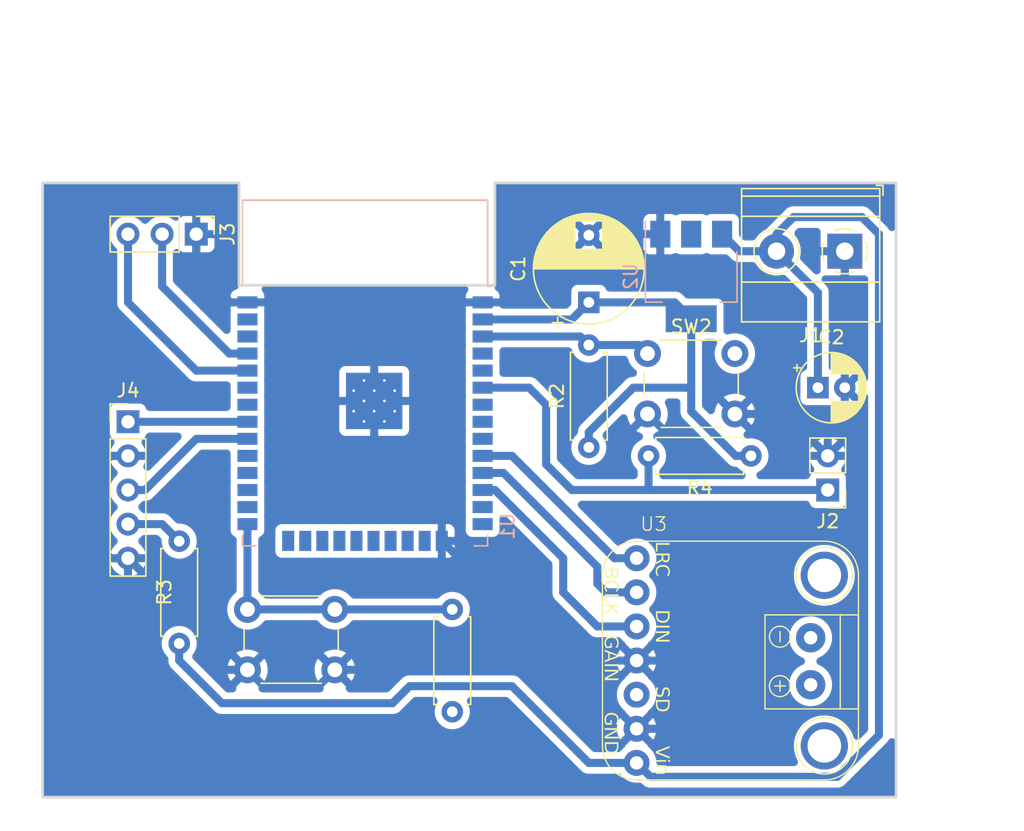
<source format=kicad_pcb>
(kicad_pcb (version 20221018) (generator pcbnew)
  (layers (0 "F.Cu" signal) (31 "B.Cu" signal) (34 "B.Paste" user) (35 "F.Paste" user) (36 "B.SilkS" user "B.Silkscreen") (37 "F.SilkS" user "F.Silkscreen") (38 "B.Mask" user) (39 "F.Mask" user) (44 "Edge.Cuts" user))
  (net 0 "")
  (net 1 "+3.3V")
  (net 2 "GND")
  (net 3 "+5V")
  (net 4 "ACK_BTN")
  (net 5 "RX")
  (net 6 "TX")
  (net 7 "RED_LED")
  (net 8 "GREEN_LED")
  (net 9 "POWER_LED")
  (net 10 "IO0")
  (net 11 "EN")
  (net 17 "LRC")
  (net 18 "BCLK")
  (net 19 "DOUT")
  (footprint "Resistor_THT:R_Axial_DIN0207_L6.3mm_D2.5mm_P7.62mm_Horizontal" (layer "F.Cu") (at 151.765 77.47 180)
    (fp_text reference "R4" (at 3.81 -2.37) (layer "F.SilkS"))
    (fp_text value "10K")
    (pad "1" thru_hole circle (at 0 0 180) (size 1.6 1.6) (drill 0.8) (layers "*.Cu" "*.Mask") (net 1 "+3.3V"))
    (pad "2" thru_hole oval (at 7.62 0 180) (size 1.6 1.6) (drill 0.8) (layers "*.Cu" "*.Mask") (net 4 "ACK_BTN"))
  )
  (footprint "Resistor_THT:R_Axial_DIN0207_L6.3mm_D2.5mm_P7.62mm_Horizontal" (layer "F.Cu") (at 139.7 76.835 90)
    (fp_text reference "R2" (at 3.81 -2.37 90) (layer "F.SilkS"))
    (fp_text value "10K")
    (pad "1" thru_hole circle (at 0 0 90) (size 1.6 1.6) (drill 0.8) (layers "*.Cu" "*.Mask") (net 1 "+3.3V"))
    (pad "2" thru_hole oval (at 7.62 0 90) (size 1.6 1.6) (drill 0.8) (layers "*.Cu" "*.Mask") (net 11 "EN"))
  )
  (footprint "Connector_PinHeader_2.54mm:PinHeader_1x03_P2.54mm_Vertical" (layer "F.Cu") (at 110.49 60.96 -90)
    (fp_text reference "J3" (at 0 -2.33 90) (layer "F.SilkS"))
    (fp_text value "Conn_01x03_Pin")
    (pad "1" thru_hole rect (at 0 0 270) (size 1.7 1.7) (drill 1) (layers "*.Cu" "*.Mask") (net 2 "GND"))
    (pad "2" thru_hole oval (at 0 2.54 270) (size 1.7 1.7) (drill 1) (layers "*.Cu" "*.Mask") (net 6 "TX"))
    (pad "3" thru_hole oval (at 0 5.08 270) (size 1.7 1.7) (drill 1) (layers "*.Cu" "*.Mask") (net 5 "RX"))
  )
  (footprint "Button_Switch_THT:SW_PUSH_6mm_H7.3mm" (layer "F.Cu") (at 114.3 88.9)
    (fp_text reference "SW1" hide)
    (fp_text value "SW_Push_Dual_x2" hide)
    (pad "1" thru_hole circle (at 0 0 90) (size 2 2) (drill 1.1) (layers "*.Cu" "*.Mask") (net 10 "IO0"))
    (pad "1" thru_hole circle (at 6.5 0 90) (size 2 2) (drill 1.1) (layers "*.Cu" "*.Mask") (net 10 "IO0"))
    (pad "2" thru_hole circle (at 0 4.5 90) (size 2 2) (drill 1.1) (layers "*.Cu" "*.Mask") (net 2 "GND"))
    (pad "2" thru_hole circle (at 6.5 4.5 90) (size 2 2) (drill 1.1) (layers "*.Cu" "*.Mask") (net 2 "GND"))
  )
  (footprint "Button_Switch_THT:SW_PUSH_6mm_H7.3mm" (layer "F.Cu") (at 144.07 69.85)
    (fp_text reference "SW2" (at 3.25 -2) (layer "F.SilkS"))
    (fp_text value "SW_Push_Dual_x2")
    (pad "1" thru_hole circle (at 0 0 90) (size 2 2) (drill 1.1) (layers "*.Cu" "*.Mask") (net 11 "EN"))
    (pad "1" thru_hole circle (at 6.5 0 90) (size 2 2) (drill 1.1) (layers "*.Cu" "*.Mask") (net 11 "EN"))
    (pad "2" thru_hole circle (at 0 4.5 90) (size 2 2) (drill 1.1) (layers "*.Cu" "*.Mask") (net 2 "GND"))
    (pad "2" thru_hole circle (at 6.5 4.5 90) (size 2 2) (drill 1.1) (layers "*.Cu" "*.Mask") (net 2 "GND"))
  )
  (footprint "Resistor_THT:R_Axial_DIN0207_L6.3mm_D2.5mm_P7.62mm_Horizontal" (layer "F.Cu") (at 129.54 96.52 90)
    (fp_text reference "R1" hide)
    (fp_text value "10K" hide)
    (pad "1" thru_hole circle (at 0 0 90) (size 1.6 1.6) (drill 0.8) (layers "*.Cu" "*.Mask") (net 1 "+3.3V"))
    (pad "2" thru_hole oval (at 7.62 0 90) (size 1.6 1.6) (drill 0.8) (layers "*.Cu" "*.Mask") (net 10 "IO0"))
  )
  (footprint "MAX98357A:MAX98357A" (layer "F.Cu") (at 150.241 92.71)
    (fp_text reference "U3" (at -5.715 -10.16 unlocked) (layer "F.SilkS") (effects (font (thickness 0.1))))
    (fp_text value "MAX98357A")
    (fp_text user "SD" (at -5.715 1.905 270 unlocked) (layer "F.SilkS") (effects (font (thickness 0.1)) (justify left bottom)))
    (fp_text user "LRC" (at -5.715 -8.89 -90 unlocked) (layer "F.SilkS") (effects (font (thickness 0.1)) (justify left bottom)))
    (fp_text user "-" (at 4.2 -1.1 90 unlocked) (layer "F.SilkS") (effects (font (thickness 0.1)) (justify left bottom)))
    (fp_text user "BCLK" (at -9.525 -6.985 270 unlocked) (layer "F.SilkS") (effects (font (thickness 0.1)) (justify left bottom)))
    (fp_text user "+" (at 3 2.4 unlocked) (layer "F.SilkS") (effects (font (thickness 0.1)) (justify left bottom)))
    (fp_text user "GAIN" (at -9.525 -1.905 270 unlocked) (layer "F.SilkS") (effects (font (thickness 0.1)) (justify left bottom)))
    (fp_text user "GND" (at -9.525 3.81 270 unlocked) (layer "F.SilkS") (effects (font (thickness 0.1)) (justify left bottom)))
    (fp_text user "DIN" (at -5.715 -3.81 270 unlocked) (layer "F.SilkS") (effects (font (thickness 0.1)) (justify left bottom)))
    (fp_text user "Vin" (at -5.715 6.35 270 unlocked) (layer "F.SilkS") (effects (font (thickness 0.1)) (justify left bottom)))
    (pad "" np_thru_hole circle (at 6.985 -6.35) (size 3.516 3.516) (drill 2.5) (layers "*.Cu" "*.Mask"))
    (pad "" np_thru_hole circle (at 6.985 6.35) (size 3.516 3.516) (drill 2.5) (layers "*.Cu" "*.Mask"))
    (pad "1" thru_hole circle (at -6.985 -7.62) (size 1.93 1.93) (drill 1) (layers "*.Cu" "*.Mask") (net 17 "LRC"))
    (pad "2" thru_hole circle (at -6.985 -5.08) (size 1.93 1.93) (drill 1) (layers "*.Cu" "*.Mask") (net 18 "BCLK"))
    (pad "3" thru_hole circle (at -6.985 -2.54) (size 1.93 1.93) (drill 1) (layers "*.Cu" "*.Mask") (net 19 "DOUT"))
    (pad "4" thru_hole circle (at -6.985 0) (size 1.93 1.93) (drill 1) (layers "*.Cu" "*.Mask") (net 2 "GND"))
    (pad "5" thru_hole circle (at -6.985 2.54) (size 1.93 1.93) (drill 1) (layers "*.Cu" "*.Mask"))
    (pad "6" thru_hole circle (at -6.985 5.08) (size 1.93 1.93) (drill 1) (layers "*.Cu" "*.Mask") (net 2 "GND"))
    (pad "7" thru_hole circle (at -6.985 7.62) (size 1.93 1.93) (drill 1) (layers "*.Cu" "*.Mask") (net 3 "+5V"))
    (pad "8" thru_hole circle (at 5.969 -1.7 90) (size 2.184 2.184) (drill 1) (layers "*.Cu" "*.Mask"))
    (pad "9" thru_hole circle (at 5.969 1.8) (size 2.184 2.184) (drill 1) (layers "*.Cu" "*.Mask"))
  )
  (footprint "Capacitor_THT:CP_Radial_D5.0mm_P2.00mm" (layer "F.Cu") (at 156.75 72.39)
    (fp_text reference "C2" (at 1 -3.75) (layer "F.SilkS"))
    (fp_text value "100uF")
    (pad "1" thru_hole rect (at 0 0) (size 1.6 1.6) (drill 0.8) (layers "*.Cu" "*.Mask") (net 3 "+5V"))
    (pad "2" thru_hole circle (at 2 0) (size 1.6 1.6) (drill 0.8) (layers "*.Cu" "*.Mask") (net 2 "GND"))
  )
  (footprint "TerminalBlock_Phoenix:TerminalBlock_Phoenix_MKDS-1,5-2-5.08_1x02_P5.08mm_Horizontal" (layer "F.Cu") (at 158.75 62.23 180)
    (fp_text reference "J1" (at 2.54 -6.26) (layer "F.SilkS"))
    (fp_text value "Screw_Terminal_01x02")
    (pad "1" thru_hole rect (at 0 0 180) (size 2.6 2.6) (drill 1.3) (layers "*.Cu" "*.Mask") (net 2 "GND"))
    (pad "2" thru_hole circle (at 5.08 0 180) (size 2.6 2.6) (drill 1.3) (layers "*.Cu" "*.Mask") (net 3 "+5V"))
  )
  (footprint "Connector_PinHeader_2.54mm:PinHeader_1x02_P2.54mm_Vertical" (layer "F.Cu") (at 157.48 80.01 180)
    (fp_text reference "J2" (at 0 -2.33) (layer "F.SilkS"))
    (fp_text value "Conn_01x02_Pin")
    (pad "1" thru_hole rect (at 0 0 180) (size 1.7 1.7) (drill 1) (layers "*.Cu" "*.Mask") (net 4 "ACK_BTN"))
    (pad "2" thru_hole oval (at 0 2.54 180) (size 1.7 1.7) (drill 1) (layers "*.Cu" "*.Mask") (net 2 "GND"))
  )
  (footprint "Connector_PinHeader_2.54mm:PinHeader_1x05_P2.54mm_Vertical" (layer "F.Cu") (at 105.41 74.93)
    (fp_text reference "J4" (at 0 -2.33) (layer "F.SilkS"))
    (fp_text value "Conn_01x05_Pin")
    (pad "1" thru_hole rect (at 0 0) (size 1.7 1.7) (drill 1) (layers "*.Cu" "*.Mask") (net 7 "RED_LED"))
    (pad "2" thru_hole oval (at 0 2.54) (size 1.7 1.7) (drill 1) (layers "*.Cu" "*.Mask") (net 2 "GND"))
    (pad "3" thru_hole oval (at 0 5.08) (size 1.7 1.7) (drill 1) (layers "*.Cu" "*.Mask") (net 8 "GREEN_LED"))
    (pad "4" thru_hole oval (at 0 7.62) (size 1.7 1.7) (drill 1) (layers "*.Cu" "*.Mask") (net 9 "POWER_LED"))
    (pad "5" thru_hole oval (at 0 10.16) (size 1.7 1.7) (drill 1) (layers "*.Cu" "*.Mask") (net 2 "GND"))
  )
  (footprint "Capacitor_THT:CP_Radial_D8.0mm_P5.00mm" (layer "F.Cu") (at 139.7 66.04 90)
    (fp_text reference "C1" (at 2.5 -5.25 90) (layer "F.SilkS"))
    (fp_text value "1000uF")
    (pad "1" thru_hole rect (at 0 0 90) (size 1.6 1.6) (drill 0.8) (layers "*.Cu" "*.Mask") (net 1 "+3.3V"))
    (pad "2" thru_hole circle (at 5 0 90) (size 1.6 1.6) (drill 0.8) (layers "*.Cu" "*.Mask") (net 2 "GND"))
  )
  (footprint "Resistor_THT:R_Axial_DIN0207_L6.3mm_D2.5mm_P7.62mm_Horizontal" (layer "F.Cu") (at 109.22 91.44 90)
    (fp_text reference "R3" (at 3.81 -1.1 90) (layer "F.SilkS"))
    (fp_text value "330")
    (pad "1" thru_hole circle (at 0 0 90) (size 1.6 1.6) (drill 0.8) (layers "*.Cu" "*.Mask") (net 3 "+5V"))
    (pad "2" thru_hole oval (at 7.62 0 90) (size 1.6 1.6) (drill 0.8) (layers "*.Cu" "*.Mask") (net 9 "POWER_LED"))
  )
  (footprint "ESP32-WROOM-32:ESP32-WROOM-32_MOD" (layer "B.Cu") (at 123.05 74.29 180)
    (fp_text reference "U1" (at -10.61 -8.43 90) (layer "B.SilkS") (effects (justify mirror)))
    (fp_text value "ESP32-WROOM-32")
    (pad "1" smd rect (at -8.75 8.25 180) (size 1.5 0.9) (layers "B.Cu" "B.Paste" "B.Mask") (net 2 "GND"))
    (pad "2" smd rect (at -8.75 6.98 180) (size 1.5 0.9) (layers "B.Cu" "B.Paste" "B.Mask") (net 1 "+3.3V"))
    (pad "3" smd rect (at -8.75 5.71 180) (size 1.5 0.9) (layers "B.Cu" "B.Paste" "B.Mask") (net 11 "EN"))
    (pad "4" smd rect (at -8.75 4.44 180) (size 1.5 0.9) (layers "B.Cu" "B.Paste" "B.Mask"))
    (pad "5" smd rect (at -8.75 3.17 180) (size 1.5 0.9) (layers "B.Cu" "B.Paste" "B.Mask"))
    (pad "6" smd rect (at -8.75 1.9 180) (size 1.5 0.9) (layers "B.Cu" "B.Paste" "B.Mask") (net 4 "ACK_BTN"))
    (pad "7" smd rect (at -8.75 0.63 180) (size 1.5 0.9) (layers "B.Cu" "B.Paste" "B.Mask"))
    (pad "8" smd rect (at -8.75 -0.64 180) (size 1.5 0.9) (layers "B.Cu" "B.Paste" "B.Mask"))
    (pad "9" smd rect (at -8.75 -1.91 180) (size 1.5 0.9) (layers "B.Cu" "B.Paste" "B.Mask"))
    (pad "10" smd rect (at -8.75 -3.18 180) (size 1.5 0.9) (layers "B.Cu" "B.Paste" "B.Mask") (net 17 "LRC"))
    (pad "11" smd rect (at -8.75 -4.45 180) (size 1.5 0.9) (layers "B.Cu" "B.Paste" "B.Mask") (net 18 "BCLK"))
    (pad "12" smd rect (at -8.75 -5.72 180) (size 1.5 0.9) (layers "B.Cu" "B.Paste" "B.Mask") (net 19 "DOUT"))
    (pad "13" smd rect (at -8.75 -6.99 180) (size 1.5 0.9) (layers "B.Cu" "B.Paste" "B.Mask"))
    (pad "14" smd rect (at -8.75 -8.26 180) (size 1.5 0.9) (layers "B.Cu" "B.Paste" "B.Mask"))
    (pad "15" smd rect (at -5.71 -9.51 90) (size 1.5 0.9) (layers "B.Cu" "B.Paste" "B.Mask") (net 2 "GND"))
    (pad "16" smd rect (at -4.44 -9.51 90) (size 1.5 0.9) (layers "B.Cu" "B.Paste" "B.Mask"))
    (pad "17" smd rect (at -3.17 -9.51 90) (size 1.5 0.9) (layers "B.Cu" "B.Paste" "B.Mask"))
    (pad "18" smd rect (at -1.9 -9.51 90) (size 1.5 0.9) (layers "B.Cu" "B.Paste" "B.Mask"))
    (pad "19" smd rect (at -0.63 -9.51 90) (size 1.5 0.9) (layers "B.Cu" "B.Paste" "B.Mask"))
    (pad "20" smd rect (at 0.64 -9.51 90) (size 1.5 0.9) (layers "B.Cu" "B.Paste" "B.Mask"))
    (pad "21" smd rect (at 1.91 -9.51 90) (size 1.5 0.9) (layers "B.Cu" "B.Paste" "B.Mask"))
    (pad "22" smd rect (at 3.18 -9.51 90) (size 1.5 0.9) (layers "B.Cu" "B.Paste" "B.Mask"))
    (pad "23" smd rect (at 4.45 -9.51 90) (size 1.5 0.9) (layers "B.Cu" "B.Paste" "B.Mask"))
    (pad "24" smd rect (at 5.72 -9.51 90) (size 1.5 0.9) (layers "B.Cu" "B.Paste" "B.Mask"))
    (pad "25" smd rect (at 8.75 -8.26 180) (size 1.5 0.9) (layers "B.Cu" "B.Paste" "B.Mask") (net 10 "IO0"))
    (pad "26" smd rect (at 8.75 -6.99 180) (size 1.5 0.9) (layers "B.Cu" "B.Paste" "B.Mask"))
    (pad "27" smd rect (at 8.75 -5.72 180) (size 1.5 0.9) (layers "B.Cu" "B.Paste" "B.Mask"))
    (pad "28" smd rect (at 8.75 -4.45 180) (size 1.5 0.9) (layers "B.Cu" "B.Paste" "B.Mask"))
    (pad "29" smd rect (at 8.75 -3.18 180) (size 1.5 0.9) (layers "B.Cu" "B.Paste" "B.Mask"))
    (pad "30" smd rect (at 8.75 -1.91 180) (size 1.5 0.9) (layers "B.Cu" "B.Paste" "B.Mask") (net 8 "GREEN_LED"))
    (pad "31" smd rect (at 8.75 -0.64 180) (size 1.5 0.9) (layers "B.Cu" "B.Paste" "B.Mask") (net 7 "RED_LED"))
    (pad "32" smd rect (at 8.75 0.63 180) (size 1.5 0.9) (layers "B.Cu" "B.Paste" "B.Mask"))
    (pad "33" smd rect (at 8.75 1.9 180) (size 1.5 0.9) (layers "B.Cu" "B.Paste" "B.Mask"))
    (pad "34" smd rect (at 8.75 3.17 180) (size 1.5 0.9) (layers "B.Cu" "B.Paste" "B.Mask") (net 5 "RX"))
    (pad "35" smd rect (at 8.75 4.44 180) (size 1.5 0.9) (layers "B.Cu" "B.Paste" "B.Mask") (net 6 "TX"))
    (pad "36" smd rect (at 8.75 5.71 180) (size 1.5 0.9) (layers "B.Cu" "B.Paste" "B.Mask"))
    (pad "37" smd rect (at 8.75 6.98 180) (size 1.5 0.9) (layers "B.Cu" "B.Paste" "B.Mask"))
    (pad "38" smd rect (at 8.75 8.25 180) (size 1.5 0.9) (layers "B.Cu" "B.Paste" "B.Mask") (net 2 "GND"))
    (pad "39" smd rect (at -2.205 -0.615 180) (size 1.05 1.05) (layers "B.Cu" "B.Paste") (net 2 "GND"))
    (pad "39" thru_hole circle (at -2.205 0.1475 180) (size 0.6 0.6) (drill 0.2) (property pad_prop_heatsink) (layers "*.Cu" "B.Mask") (net 2 "GND"))
    (pad "39" smd rect (at -2.205 0.91 180) (size 1.05 1.05) (layers "B.Cu" "B.Paste") (net 2 "GND"))
    (pad "39" thru_hole circle (at -2.205 1.6725 180) (size 0.6 0.6) (drill 0.2) (property pad_prop_heatsink) (layers "*.Cu" "B.Mask") (net 2 "GND"))
    (pad "39" smd rect (at -2.205 2.435 180) (size 1.05 1.05) (layers "B.Cu" "B.Paste") (net 2 "GND"))
    (pad "39" thru_hole circle (at -1.4425 -0.615 180) (size 0.6 0.6) (drill 0.2) (property pad_prop_heatsink) (layers "*.Cu" "B.Mask") (net 2 "GND"))
    (pad "39" thru_hole circle (at -1.4425 0.91 180) (size 0.6 0.6) (drill 0.2) (property pad_prop_heatsink) (layers "*.Cu" "B.Mask") (net 2 "GND"))
    (pad "39" thru_hole circle (at -1.4425 2.435 180) (size 0.6 0.6) (drill 0.2) (property pad_prop_heatsink) (layers "*.Cu" "B.Mask") (net 2 "GND"))
    (pad "39" smd rect (at -0.68 -0.615 180) (size 1.05 1.05) (layers "B.Cu" "B.Paste") (net 2 "GND"))
    (pad "39" thru_hole circle (at -0.68 0.1475 180) (size 0.6 0.6) (drill 0.2) (property pad_prop_heatsink) (layers "*.Cu" "B.Mask") (net 2 "GND"))
    (pad "39" smd rect (at -0.68 0.91 180) (size 1.05 1.05) (layers "B.Cu" "B.Paste") (net 2 "GND"))
    (pad "39" smd rect (at -0.68 0.91 180) (size 4.2 4.2) (layers "B.Cu" "B.Mask") (net 2 "GND"))
    (pad "39" thru_hole circle (at -0.68 1.6725 180) (size 0.6 0.6) (drill 0.2) (property pad_prop_heatsink) (layers "*.Cu" "B.Mask") (net 2 "GND"))
    (pad "39" smd rect (at -0.68 2.435 180) (size 1.05 1.05) (layers "B.Cu" "B.Paste") (net 2 "GND"))
    (pad "39" thru_hole circle (at 0.0825 -0.615 180) (size 0.6 0.6) (drill 0.2) (property pad_prop_heatsink) (layers "*.Cu" "B.Mask") (net 2 "GND"))
    (pad "39" thru_hole circle (at 0.0825 0.91 180) (size 0.6 0.6) (drill 0.2) (property pad_prop_heatsink) (layers "*.Cu" "B.Mask") (net 2 "GND"))
    (pad "39" thru_hole circle (at 0.0825 2.435 180) (size 0.6 0.6) (drill 0.2) (property pad_prop_heatsink) (layers "*.Cu" "B.Mask") (net 2 "GND"))
    (pad "39" smd rect (at 0.845 -0.615 180) (size 1.05 1.05) (layers "B.Cu" "B.Paste") (net 2 "GND"))
    (pad "39" thru_hole circle (at 0.845 0.1475 180) (size 0.6 0.6) (drill 0.2) (property pad_prop_heatsink) (layers "*.Cu" "B.Mask") (net 2 "GND"))
    (pad "39" smd rect (at 0.845 0.91 180) (size 1.05 1.05) (layers "B.Cu" "B.Paste") (net 2 "GND"))
    (pad "39" thru_hole circle (at 0.845 1.6725 180) (size 0.6 0.6) (drill 0.2) (property pad_prop_heatsink) (layers "*.Cu" "B.Mask") (net 2 "GND"))
    (pad "39" smd rect (at 0.845 2.435 180) (size 1.05 1.05) (layers "B.Cu" "B.Paste") (net 2 "GND"))
    (zone (net 0) (net_name "") (layers "F.Cu" "In1.Cu" "B.Cu") (connect_pads (clearance 0)) (min_thickness 0.254)
      (keepout (tracks not_allowed) (vias not_allowed) (pads not_allowed) (copperpour not_allowed) (footprints not_allowed))
      (fill (thermal_gap 0.508) (thermal_bridge_width 0.508))
      (polygon (pts (xy 132.575 64.49) (xy 113.785 64.49) (xy 113.785 43.55) (xy 132.575 43.55)))
    )
  )
  (footprint "Package_TO_SOT_SMD:SOT-223-3_TabPin2" (layer "B.Cu") (at 147.32 64.11 -90)
    (fp_text reference "U2" (at 0 4.5 90) (layer "B.SilkS") (effects (justify mirror)))
    (fp_text value "AMS1117-3.3")
    (pad "1" smd rect (at -3.15 2.3 270) (size 2 1.5) (layers "B.Cu" "B.Paste" "B.Mask") (net 2 "GND"))
    (pad "2" smd rect (at -3.15 0 270) (size 2 1.5) (layers "B.Cu" "B.Paste" "B.Mask") (net 1 "+3.3V"))
    (pad "2" smd rect (at 3.15 0 270) (size 2 3.8) (layers "B.Cu" "B.Paste" "B.Mask") (net 1 "+3.3V"))
    (pad "3" smd rect (at -3.15 -2.3 270) (size 2 1.5) (layers "B.Cu" "B.Paste" "B.Mask") (net 3 "+5V"))
  )
  (gr_line (start 99.06 102.87) (end 99.06 57.15) (stroke (width 0.2)) (layer "Edge.Cuts"))
  (gr_line (start 132.715 64.77) (end 132.715 57.15) (stroke (width 0.2)) (layer "Edge.Cuts"))
  (gr_line (start 113.665 57.15) (end 113.665 64.77) (stroke (width 0.2)) (layer "Edge.Cuts"))
  (gr_line (start 99.06 57.15) (end 113.665 57.15) (stroke (width 0.2)) (layer "Edge.Cuts"))
  (gr_line (start 162.56 57.15) (end 162.56 102.87) (stroke (width 0.2)) (layer "Edge.Cuts"))
  (gr_line (start 113.665 64.77) (end 132.715 64.77) (stroke (width 0.2)) (layer "Edge.Cuts"))
  (gr_line (start 132.715 57.15) (end 162.56 57.15) (stroke (width 0.2)) (layer "Edge.Cuts"))
  (gr_line (start 162.56 102.87) (end 99.06 102.87) (stroke (width 0.2)) (layer "Edge.Cuts"))
  (segment (start 131.8 67.31) (end 138.43 67.31) (width 0.6) (layer "B.Cu") (net 1))
  (segment (start 150.63363 77.47) (end 151.765 77.47) (width 0.6) (layer "B.Cu") (net 1))
  (segment (start 143.01363 72.39) (end 147.32 72.39) (width 0.6) (layer "B.Cu") (net 1))
  (segment (start 139.7 75.70363) (end 143.01363 72.39) (width 0.6) (layer "B.Cu") (net 1))
  (segment (start 146.1 66.04) (end 147.32 67.26) (width 0.6) (layer "B.Cu") (net 1))
  (segment (start 139.7 76.835) (end 139.7 75.70363) (width 0.6) (layer "B.Cu") (net 1))
  (segment (start 147.32 74.15637) (end 150.63363 77.47) (width 0.6) (layer "B.Cu") (net 1))
  (segment (start 147.32 72.39) (end 147.32 74.15637) (width 0.6) (layer "B.Cu") (net 1))
  (segment (start 138.43 67.31) (end 139.7 66.04) (width 0.6) (layer "B.Cu") (net 1))
  (segment (start 147.32 67.26) (end 147.32 72.39) (width 0.6) (layer "B.Cu") (net 1))
  (segment (start 139.7 66.04) (end 146.1 66.04) (width 0.6) (layer "B.Cu") (net 1))
  (segment (start 157.48 77.47) (end 154.36 74.35) (width 0.6) (layer "B.Cu") (net 2))
  (segment (start 133.35 92.71) (end 132.08 91.44) (width 0.6) (layer "B.Cu") (net 2))
  (segment (start 145.415 97.79) (end 143.256 97.79) (width 0.6) (layer "B.Cu") (net 2))
  (segment (start 102.87 83.82) (end 104.14 85.09) (width 0.6) (layer "B.Cu") (net 2))
  (segment (start 104.14 85.09) (end 105.41 85.09) (width 0.6) (layer "B.Cu") (net 2))
  (segment (start 158.75 62.23) (end 158.75 72.39) (width 0.6) (layer "B.Cu") (net 2))
  (segment (start 111.76 90.17) (end 111.76 92.71) (width 0.6) (layer "B.Cu") (net 2))
  (segment (start 154.36 74.35) (end 150.57 74.35) (width 0.6) (layer "B.Cu") (net 2))
  (segment (start 111.76 92.71) (end 112.45 93.4) (width 0.6) (layer "B.Cu") (net 2))
  (segment (start 158.75 72.39) (end 158.75 76.2) (width 0.6) (layer "B.Cu") (net 2))
  (segment (start 146.05 97.155) (end 145.415 97.79) (width 0.6) (layer "B.Cu") (net 2))
  (segment (start 110.49 88.9) (end 111.76 90.17) (width 0.6) (layer "B.Cu") (net 2))
  (segment (start 146.05 93.345) (end 146.05 97.155) (width 0.6) (layer "B.Cu") (net 2))
  (segment (start 132.08 91.44) (end 132.08 87.12) (width 0.6) (layer "B.Cu") (net 2))
  (segment (start 110.49 63.5) (end 113.03 66.04) (width 0.6) (layer "B.Cu") (net 2))
  (segment (start 120.8 93.4) (end 130.12 93.4) (width 0.6) (layer "B.Cu") (net 2))
  (segment (start 113.03 66.04) (end 114.3 66.04) (width 0.6) (layer "B.Cu") (net 2))
  (segment (start 143.256 92.71) (end 133.35 92.71) (width 0.6) (layer "B.Cu") (net 2))
  (segment (start 105.41 77.47) (end 104.14 77.47) (width 0.6) (layer "B.Cu") (net 2))
  (segment (start 104.14 77.47) (end 102.87 78.74) (width 0.6) (layer "B.Cu") (net 2))
  (segment (start 158.75 76.2) (end 157.48 77.47) (width 0.6) (layer "B.Cu") (net 2))
  (segment (start 109.22 88.9) (end 110.49 88.9) (width 0.6) (layer "B.Cu") (net 2))
  (segment (start 145.415 92.71) (end 146.05 93.345) (width 0.6) (layer "B.Cu") (net 2))
  (segment (start 143.256 92.71) (end 145.415 92.71) (width 0.6) (layer "B.Cu") (net 2))
  (segment (start 132.08 87.12) (end 128.76 83.8) (width 0.6) (layer "B.Cu") (net 2))
  (segment (start 130.12 93.4) (end 132.08 91.44) (width 0.6) (layer "B.Cu") (net 2))
  (segment (start 102.87 78.74) (end 102.87 83.82) (width 0.6) (layer "B.Cu") (net 2))
  (segment (start 110.49 60.96) (end 110.49 63.5) (width 0.6) (layer "B.Cu") (net 2))
  (segment (start 112.45 93.4) (end 114.3 93.4) (width 0.6) (layer "B.Cu") (net 2))
  (segment (start 105.41 85.09) (end 109.22 88.9) (width 0.6) (layer "B.Cu") (net 2))
  (segment (start 161.29 98.260005) (end 161.29 60.96) (width 0.6) (layer "B.Cu") (net 3))
  (segment (start 161.29 60.96) (end 160.02 59.69) (width 0.6) (layer "B.Cu") (net 3))
  (segment (start 144.294 101.368) (end 158.182005 101.368) (width 0.6) (layer "B.Cu") (net 3))
  (segment (start 160.02 59.69) (end 154.94 59.69) (width 0.6) (layer "B.Cu") (net 3))
  (segment (start 154.94 59.69) (end 153.67 60.96) (width 0.6) (layer "B.Cu") (net 3))
  (segment (start 156.75 65.31) (end 156.75 72.39) (width 0.6) (layer "B.Cu") (net 3))
  (segment (start 158.182005 101.368) (end 161.29 98.260005) (width 0.6) (layer "B.Cu") (net 3))
  (segment (start 133.985 94.615) (end 139.7 100.33) (width 0.6) (layer "B.Cu") (net 3))
  (segment (start 143.256 100.33) (end 144.294 101.368) (width 0.6) (layer "B.Cu") (net 3))
  (segment (start 125.095 95.885) (end 126.365 94.615) (width 0.6) (layer "B.Cu") (net 3))
  (segment (start 109.22 91.44) (end 109.22 92.71) (width 0.6) (layer "B.Cu") (net 3))
  (segment (start 149.62 60.96) (end 150.89 62.23) (width 0.6) (layer "B.Cu") (net 3))
  (segment (start 150.89 62.23) (end 153.67 62.23) (width 0.6) (layer "B.Cu") (net 3))
  (segment (start 109.22 92.71) (end 112.395 95.885) (width 0.6) (layer "B.Cu") (net 3))
  (segment (start 153.67 62.23) (end 156.75 65.31) (width 0.6) (layer "B.Cu") (net 3))
  (segment (start 153.67 60.96) (end 153.67 62.23) (width 0.6) (layer "B.Cu") (net 3))
  (segment (start 112.395 95.885) (end 125.095 95.885) (width 0.6) (layer "B.Cu") (net 3))
  (segment (start 139.7 100.33) (end 143.256 100.33) (width 0.6) (layer "B.Cu") (net 3))
  (segment (start 126.365 94.615) (end 133.985 94.615) (width 0.6) (layer "B.Cu") (net 3))
  (segment (start 138.43 80.01) (end 144.145 80.01) (width 0.6) (layer "B.Cu") (net 4))
  (segment (start 135.255 72.39) (end 136.525 73.66) (width 0.6) (layer "B.Cu") (net 4))
  (segment (start 136.525 73.66) (end 136.525 78.105) (width 0.6) (layer "B.Cu") (net 4))
  (segment (start 131.8 72.39) (end 135.255 72.39) (width 0.6) (layer "B.Cu") (net 4))
  (segment (start 136.525 78.105) (end 138.43 80.01) (width 0.6) (layer "B.Cu") (net 4))
  (segment (start 144.145 77.47) (end 144.145 80.01) (width 0.6) (layer "B.Cu") (net 4))
  (segment (start 144.145 80.01) (end 157.48 80.01) (width 0.6) (layer "B.Cu") (net 4))
  (segment (start 105.41 60.96) (end 105.41 66.04) (width 0.6) (layer "B.Cu") (net 5))
  (segment (start 110.49 71.12) (end 114.3 71.12) (width 0.6) (layer "B.Cu") (net 5))
  (segment (start 105.41 66.04) (end 110.49 71.12) (width 0.6) (layer "B.Cu") (net 5))
  (segment (start 112.95 69.85) (end 114.3 69.85) (width 0.6) (layer "B.Cu") (net 6))
  (segment (start 107.95 64.85) (end 112.95 69.85) (width 0.6) (layer "B.Cu") (net 6))
  (segment (start 107.95 60.96) (end 107.95 64.85) (width 0.6) (layer "B.Cu") (net 6))
  (segment (start 105.41 74.93) (end 114.3 74.93) (width 0.6) (layer "B.Cu") (net 7))
  (segment (start 105.41 80.01) (end 106.68 80.01) (width 0.6) (layer "B.Cu") (net 8))
  (segment (start 110.49 76.2) (end 114.3 76.2) (width 0.6) (layer "B.Cu") (net 8))
  (segment (start 106.68 80.01) (end 110.49 76.2) (width 0.6) (layer "B.Cu") (net 8))
  (segment (start 105.41 82.55) (end 107.95 82.55) (width 0.6) (layer "B.Cu") (net 9))
  (segment (start 107.95 82.55) (end 109.22 83.82) (width 0.6) (layer "B.Cu") (net 9))
  (segment (start 120.8 88.9) (end 129.54 88.9) (width 0.6) (layer "B.Cu") (net 10))
  (segment (start 114.3 88.9) (end 120.8 88.9) (width 0.6) (layer "B.Cu") (net 10))
  (segment (start 114.3 82.55) (end 114.3 88.9) (width 0.6) (layer "B.Cu") (net 10))
  (segment (start 139.7 69.215) (end 143.435 69.215) (width 0.6) (layer "B.Cu") (net 11))
  (segment (start 143.435 69.215) (end 144.07 69.85) (width 0.6) (layer "B.Cu") (net 11))
  (segment (start 139.065 68.58) (end 139.7 69.215) (width 0.6) (layer "B.Cu") (net 11))
  (segment (start 131.8 68.58) (end 139.065 68.58) (width 0.6) (layer "B.Cu") (net 11))
  (segment (start 133.985 77.47) (end 131.8 77.47) (width 0.6) (layer "B.Cu") (net 17))
  (segment (start 141.605 85.09) (end 133.985 77.47) (width 0.6) (layer "B.Cu") (net 17))
  (segment (start 143.256 85.09) (end 141.605 85.09) (width 0.6) (layer "B.Cu") (net 17))
  (segment (start 133.35 78.74) (end 140.335 85.725) (width 0.6) (layer "B.Cu") (net 18))
  (segment (start 140.335 86.995) (end 140.97 87.63) (width 0.6) (layer "B.Cu") (net 18))
  (segment (start 140.335 85.725) (end 140.335 86.995) (width 0.6) (layer "B.Cu") (net 18))
  (segment (start 131.8 78.74) (end 133.35 78.74) (width 0.6) (layer "B.Cu") (net 18))
  (segment (start 140.97 87.63) (end 143.256 87.63) (width 0.6) (layer "B.Cu") (net 18))
  (segment (start 137.795 87.63) (end 137.795 85.09) (width 0.6) (layer "B.Cu") (net 19))
  (segment (start 132.715 80.01) (end 131.8 80.01) (width 0.6) (layer "B.Cu") (net 19))
  (segment (start 137.795 85.09) (end 132.715 80.01) (width 0.6) (layer "B.Cu") (net 19))
  (segment (start 143.256 90.17) (end 140.335 90.17) (width 0.6) (layer "B.Cu") (net 19))
  (segment (start 140.335 90.17) (end 137.795 87.63) (width 0.6) (layer "B.Cu") (net 19))
  (zone (net 2) (net_name "GND") (layer "B.Cu") (connect_pads (clearance 0.5)) (min_thickness 0.6) (fill yes (thermal_gap 0.5) (thermal_bridge_width 0.6))
    (polygon (pts (xy 95.885 54.61) (xy 172.085 54.61) (xy 172.085 105.41) (xy 95.885 105.41)))
  )
)
</source>
